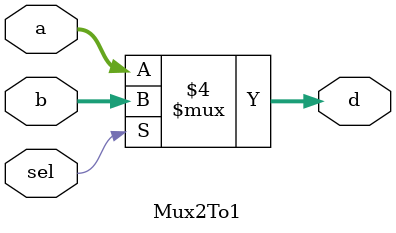
<source format=v>
`timescale 1ns / 1ps


module Mux2To1 #(parameter DATAWIDTH = 2)(a, b, sel, d);
    input [DATAWIDTH-1:0] a, b;
    input sel;
    
    output reg [DATAWIDTH-1:0] d;
    
    always @(a, b, sel) begin
        if(sel == 1'b0) begin
            d <= a;
        end
        else begin
            d <= b;
        end
    end
endmodule

</source>
